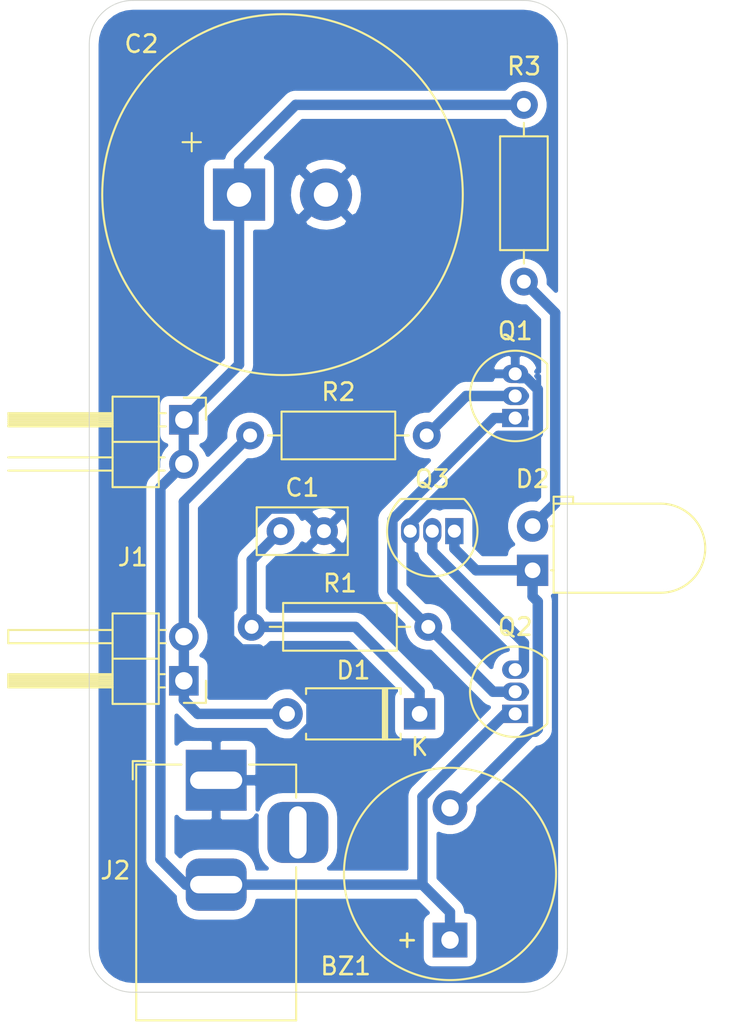
<source format=kicad_pcb>
(kicad_pcb (version 20171130) (host pcbnew 5.1.5-52549c5~84~ubuntu18.04.1)

  (general
    (thickness 1.6)
    (drawings 8)
    (tracks 75)
    (zones 0)
    (modules 13)
    (nets 11)
  )

  (page A4)
  (layers
    (0 F.Cu signal)
    (31 B.Cu signal)
    (32 B.Adhes user)
    (33 F.Adhes user)
    (34 B.Paste user)
    (35 F.Paste user)
    (36 B.SilkS user)
    (37 F.SilkS user)
    (38 B.Mask user)
    (39 F.Mask user)
    (40 Dwgs.User user)
    (41 Cmts.User user)
    (42 Eco1.User user)
    (43 Eco2.User user)
    (44 Edge.Cuts user)
    (45 Margin user)
    (46 B.CrtYd user)
    (47 F.CrtYd user)
    (48 B.Fab user)
    (49 F.Fab user)
  )

  (setup
    (last_trace_width 0.25)
    (user_trace_width 0.3)
    (user_trace_width 0.4)
    (user_trace_width 0.5)
    (user_trace_width 0.6)
    (trace_clearance 0.2)
    (zone_clearance 0.508)
    (zone_45_only no)
    (trace_min 0.2)
    (via_size 0.8)
    (via_drill 0.4)
    (via_min_size 0.4)
    (via_min_drill 0.3)
    (uvia_size 0.3)
    (uvia_drill 0.1)
    (uvias_allowed no)
    (uvia_min_size 0.2)
    (uvia_min_drill 0.1)
    (edge_width 0.05)
    (segment_width 0.2)
    (pcb_text_width 0.3)
    (pcb_text_size 1.5 1.5)
    (mod_edge_width 0.12)
    (mod_text_size 1 1)
    (mod_text_width 0.15)
    (pad_size 1.524 1.524)
    (pad_drill 0.762)
    (pad_to_mask_clearance 0.051)
    (solder_mask_min_width 0.25)
    (aux_axis_origin 0 0)
    (visible_elements FFFDFF7F)
    (pcbplotparams
      (layerselection 0x01054_fffffffe)
      (usegerberextensions false)
      (usegerberattributes false)
      (usegerberadvancedattributes false)
      (creategerberjobfile false)
      (excludeedgelayer true)
      (linewidth 0.100000)
      (plotframeref false)
      (viasonmask false)
      (mode 1)
      (useauxorigin true)
      (hpglpennumber 1)
      (hpglpenspeed 20)
      (hpglpendiameter 15.000000)
      (psnegative false)
      (psa4output false)
      (plotreference true)
      (plotvalue false)
      (plotinvisibletext false)
      (padsonsilk false)
      (subtractmaskfromsilk false)
      (outputformat 1)
      (mirror false)
      (drillshape 0)
      (scaleselection 1)
      (outputdirectory "../Gerber/"))
  )

  (net 0 "")
  (net 1 "Net-(BZ1-Pad1)")
  (net 2 "Net-(BZ1-Pad2)")
  (net 3 "Net-(C1-Pad1)")
  (net 4 "Net-(C1-Pad2)")
  (net 5 "Net-(D1-Pad2)")
  (net 6 "Net-(D2-Pad2)")
  (net 7 "Net-(J2-Pad3)")
  (net 8 "Net-(Q1-Pad2)")
  (net 9 "Net-(Q1-Pad1)")
  (net 10 "Net-(Q2-Pad3)")

  (net_class Default "This is the default net class."
    (clearance 0.2)
    (trace_width 0.25)
    (via_dia 0.8)
    (via_drill 0.4)
    (uvia_dia 0.3)
    (uvia_drill 0.1)
    (add_net "Net-(BZ1-Pad1)")
    (add_net "Net-(BZ1-Pad2)")
    (add_net "Net-(C1-Pad1)")
    (add_net "Net-(C1-Pad2)")
    (add_net "Net-(D1-Pad2)")
    (add_net "Net-(D2-Pad2)")
    (add_net "Net-(J2-Pad3)")
    (add_net "Net-(Q1-Pad1)")
    (add_net "Net-(Q1-Pad2)")
    (add_net "Net-(Q2-Pad3)")
  )

  (module Training-buzzer-foil:Foil_Plug_Connector (layer F.Cu) (tedit 5DF8E0E1) (tstamp 5DF9513D)
    (at 142.44 111.1 180)
    (descr "Through hole angled pin header, 1x02, 2.54mm pitch, 6mm pin length, single row")
    (tags "Through hole angled pin header THT 1x02 2.54mm single row")
    (path /5DFE6D93)
    (fp_text reference J1 (at 2.94 7.1) (layer F.SilkS)
      (effects (font (size 1 1) (thickness 0.15)))
    )
    (fp_text value Con (at 4 18) (layer F.Fab)
      (effects (font (size 1 1) (thickness 0.15)))
    )
    (fp_line (start 4.1 16.33) (end 4.1 11.13) (layer F.SilkS) (width 0.12))
    (fp_line (start 1.44 16.33) (end 4.1 16.33) (layer F.SilkS) (width 0.12))
    (fp_line (start 1.44 11.13) (end 1.44 16.33) (layer F.SilkS) (width 0.12))
    (fp_line (start 10.1 12.84) (end 4.1 12.84) (layer F.SilkS) (width 0.12))
    (fp_line (start 4.1 12.08) (end 10.1 12.08) (layer F.SilkS) (width 0.12))
    (fp_line (start -1.27 16.27) (end -1.27 15) (layer F.SilkS) (width 0.12))
    (fp_line (start 0 16.27) (end -1.27 16.27) (layer F.SilkS) (width 0.12))
    (fp_line (start 1.042929 15.38) (end 1.44 15.38) (layer F.SilkS) (width 0.12))
    (fp_line (start 1.042929 14.62) (end 1.44 14.62) (layer F.SilkS) (width 0.12))
    (fp_line (start 1.44 13.73) (end 4.1 13.73) (layer F.SilkS) (width 0.12))
    (fp_line (start 1.11 12.84) (end 1.44 12.84) (layer F.SilkS) (width 0.12))
    (fp_line (start 1.11 12.08) (end 1.44 12.08) (layer F.SilkS) (width 0.12))
    (fp_line (start 4.1 15.28) (end 10.1 15.28) (layer F.SilkS) (width 0.12))
    (fp_line (start 4.1 15.16) (end 10.1 15.16) (layer F.SilkS) (width 0.12))
    (fp_line (start 4.1 15.04) (end 10.1 15.04) (layer F.SilkS) (width 0.12))
    (fp_line (start 4.1 14.92) (end 10.1 14.92) (layer F.SilkS) (width 0.12))
    (fp_line (start 4.1 14.8) (end 10.1 14.8) (layer F.SilkS) (width 0.12))
    (fp_line (start 4.1 14.68) (end 10.1 14.68) (layer F.SilkS) (width 0.12))
    (fp_line (start 10.1 15.38) (end 4.1 15.38) (layer F.SilkS) (width 0.12))
    (fp_line (start 4.1 14.62) (end 10.1 14.62) (layer F.SilkS) (width 0.12))
    (fp_line (start 4.1 11.13) (end 1.44 11.13) (layer F.SilkS) (width 0.12))
    (fp_line (start 10.55 -1.8) (end -1.8 -1.8) (layer F.CrtYd) (width 0.05))
    (fp_line (start 10.55 16.81) (end 10.55 -1.8) (layer F.CrtYd) (width 0.05))
    (fp_line (start -1.8 -1.8) (end -1.8 16.81) (layer F.CrtYd) (width 0.05))
    (fp_line (start -1.27 -1.27) (end 0 -1.27) (layer F.SilkS) (width 0.12))
    (fp_line (start -1.27 0) (end -1.27 -1.27) (layer F.SilkS) (width 0.12))
    (fp_line (start 1.042929 2.92) (end 1.44 2.92) (layer F.SilkS) (width 0.12))
    (fp_line (start 1.042929 2.16) (end 1.44 2.16) (layer F.SilkS) (width 0.12))
    (fp_line (start 10.1 2.92) (end 4.1 2.92) (layer F.SilkS) (width 0.12))
    (fp_line (start 10.1 2.16) (end 10.1 2.92) (layer F.SilkS) (width 0.12))
    (fp_line (start 4.1 2.16) (end 10.1 2.16) (layer F.SilkS) (width 0.12))
    (fp_line (start 1.44 1.27) (end 4.1 1.27) (layer F.SilkS) (width 0.12))
    (fp_line (start 1.11 0.38) (end 1.44 0.38) (layer F.SilkS) (width 0.12))
    (fp_line (start 1.11 -0.38) (end 1.44 -0.38) (layer F.SilkS) (width 0.12))
    (fp_line (start 4.1 0.28) (end 10.1 0.28) (layer F.SilkS) (width 0.12))
    (fp_line (start 4.1 0.16) (end 10.1 0.16) (layer F.SilkS) (width 0.12))
    (fp_line (start 4.1 0.04) (end 10.1 0.04) (layer F.SilkS) (width 0.12))
    (fp_line (start 4.1 -0.08) (end 10.1 -0.08) (layer F.SilkS) (width 0.12))
    (fp_line (start 4.1 -0.2) (end 10.1 -0.2) (layer F.SilkS) (width 0.12))
    (fp_line (start 4.1 -0.32) (end 10.1 -0.32) (layer F.SilkS) (width 0.12))
    (fp_line (start 10.1 0.38) (end 4.1 0.38) (layer F.SilkS) (width 0.12))
    (fp_line (start 10.1 -0.38) (end 10.1 0.38) (layer F.SilkS) (width 0.12))
    (fp_line (start 4.1 -0.38) (end 10.1 -0.38) (layer F.SilkS) (width 0.12))
    (fp_line (start 4.1 -1.33) (end 1.44 -1.33) (layer F.SilkS) (width 0.12))
    (fp_line (start 4.1 3.87) (end 4.1 -1.33) (layer F.SilkS) (width 0.12))
    (fp_line (start 1.44 3.87) (end 4.1 3.87) (layer F.SilkS) (width 0.12))
    (fp_line (start 1.44 -1.33) (end 1.44 3.87) (layer F.SilkS) (width 0.12))
    (fp_line (start 4.04 2.86) (end 10.04 2.86) (layer F.Fab) (width 0.1))
    (fp_line (start 10.04 2.22) (end 10.04 2.86) (layer F.Fab) (width 0.1))
    (fp_line (start 4.04 2.22) (end 10.04 2.22) (layer F.Fab) (width 0.1))
    (fp_line (start -0.32 2.86) (end 1.5 2.86) (layer F.Fab) (width 0.1))
    (fp_line (start -0.32 2.22) (end -0.32 2.86) (layer F.Fab) (width 0.1))
    (fp_line (start -0.32 2.22) (end 1.5 2.22) (layer F.Fab) (width 0.1))
    (fp_line (start 4.04 0.32) (end 10.04 0.32) (layer F.Fab) (width 0.1))
    (fp_line (start 10.04 -0.32) (end 10.04 0.32) (layer F.Fab) (width 0.1))
    (fp_line (start 4.04 -0.32) (end 10.04 -0.32) (layer F.Fab) (width 0.1))
    (fp_line (start -0.32 0.32) (end 1.5 0.32) (layer F.Fab) (width 0.1))
    (fp_line (start -0.32 -0.32) (end -0.32 0.32) (layer F.Fab) (width 0.1))
    (fp_line (start -0.32 -0.32) (end 1.5 -0.32) (layer F.Fab) (width 0.1))
    (fp_line (start 1.5 -0.635) (end 2.135 -1.27) (layer F.Fab) (width 0.1))
    (fp_line (start 1.5 3.81) (end 1.5 -0.635) (layer F.Fab) (width 0.1))
    (fp_line (start 4.04 3.81) (end 1.5 3.81) (layer F.Fab) (width 0.1))
    (fp_line (start 4.04 -1.27) (end 4.04 3.81) (layer F.Fab) (width 0.1))
    (fp_line (start 2.135 -1.27) (end 4.04 -1.27) (layer F.Fab) (width 0.1))
    (fp_text user %R (at -0.06 7.1 180) (layer F.Fab)
      (effects (font (size 1 1) (thickness 0.15)))
    )
    (fp_line (start -1.8 16.81) (end 10.55 16.81) (layer F.CrtYd) (width 0.05))
    (pad 2 thru_hole rect (at 0 15 180) (size 1.7 1.7) (drill 1) (layers *.Cu *.Mask)
      (net 1 "Net-(BZ1-Pad1)"))
    (pad 2 thru_hole oval (at 0 12.46 180) (size 1.7 1.7) (drill 1) (layers *.Cu *.Mask)
      (net 1 "Net-(BZ1-Pad1)"))
    (pad 1 thru_hole rect (at 0 0 180) (size 1.7 1.7) (drill 1) (layers *.Cu *.Mask)
      (net 5 "Net-(D1-Pad2)"))
    (pad 1 thru_hole oval (at 0 2.54 180) (size 1.7 1.7) (drill 1) (layers *.Cu *.Mask)
      (net 5 "Net-(D1-Pad2)"))
    (model ${KISYS3DMOD}/Connector_PinHeader_2.54mm.3dshapes/PinHeader_1x02_P2.54mm_Horizontal.wrl
      (at (xyz 0 0 0))
      (scale (xyz 1 1 1))
      (rotate (xyz 0 0 0))
    )
  )

  (module Training-buzzer-foil:CP_Radial_Supercap_D21.5mm_P5.00mm (layer F.Cu) (tedit 5DF6B0FA) (tstamp 5DF95044)
    (at 145.615 83.16)
    (descr "CP, Radial_Tantal series, Radial, pin pitch=5.00mm, , diameter=10.5mm, Tantal Electrolytic Capacitor, http://cdn-reichelt.de/documents/datenblatt/B300/TANTAL-TB-Serie%23.pdf")
    (tags "CP Radial_Tantal series Radial pin pitch 5.00mm  diameter 10.5mm Tantal Electrolytic Capacitor")
    (path /5DF9DBF4)
    (fp_text reference C2 (at -5.615 -8.66) (layer F.SilkS)
      (effects (font (size 1 1) (thickness 0.15)))
    )
    (fp_text value 1F (at 2.5 6.5) (layer F.Fab)
      (effects (font (size 1 1) (thickness 0.15)))
    )
    (fp_circle (center 2.5 0) (end 12.75 0) (layer F.Fab) (width 0.1))
    (fp_circle (center 2.5 0) (end 12.87 0) (layer F.SilkS) (width 0.12))
    (fp_circle (center 2.5 0) (end 13 0) (layer F.CrtYd) (width 0.05))
    (fp_line (start -2.004387 -2.2975) (end -0.954387 -2.2975) (layer F.Fab) (width 0.1))
    (fp_line (start -1.479387 -2.8225) (end -1.479387 -1.7725) (layer F.Fab) (width 0.1))
    (fp_line (start -3.247133 -3.015) (end -2.197133 -3.015) (layer F.SilkS) (width 0.12))
    (fp_line (start -2.722133 -3.54) (end -2.722133 -2.49) (layer F.SilkS) (width 0.12))
    (fp_text user %R (at 2.5 -3.16) (layer F.Fab)
      (effects (font (size 1 1) (thickness 0.15)))
    )
    (pad 2 thru_hole circle (at 5 0) (size 3 3) (drill 1.4) (layers *.Cu *.Mask)
      (net 4 "Net-(C1-Pad2)"))
    (pad 1 thru_hole rect (at 0 0) (size 3 3) (drill 1.4) (layers *.Cu *.Mask)
      (net 1 "Net-(BZ1-Pad1)"))
    (model ${KISYS3DMOD}/Capacitor_THT.3dshapes/CP_Radial_D14.0mm_P5.00mm.wrl
      (at (xyz 0 0 0))
      (scale (xyz 1 1 1))
      (rotate (xyz 0 0 0))
    )
  )

  (module Buzzer_Beeper:Buzzer_12x9.5RM7.6 (layer F.Cu) (tedit 5A030281) (tstamp 5DF94E27)
    (at 157.75 126 90)
    (descr "Generic Buzzer, D12mm height 9.5mm with RM7.6mm")
    (tags buzzer)
    (path /5DF86A1B)
    (fp_text reference BZ1 (at -1.5 -6 180) (layer F.SilkS)
      (effects (font (size 1 1) (thickness 0.15)))
    )
    (fp_text value Buzzer (at 3.8 7.4 90) (layer F.Fab)
      (effects (font (size 1 1) (thickness 0.15)))
    )
    (fp_circle (center 3.8 0) (end 9.9 0) (layer F.SilkS) (width 0.12))
    (fp_circle (center 3.8 0) (end 4.8 0) (layer F.Fab) (width 0.1))
    (fp_circle (center 3.8 0) (end 9.8 0) (layer F.Fab) (width 0.1))
    (fp_circle (center 3.8 0) (end 10.05 0) (layer F.CrtYd) (width 0.05))
    (fp_text user %R (at 4 -3 180) (layer F.Fab)
      (effects (font (size 1 1) (thickness 0.15)))
    )
    (fp_text user + (at -0.01 -2.54 90) (layer F.SilkS)
      (effects (font (size 1 1) (thickness 0.15)))
    )
    (fp_text user + (at -0.01 -2.54 90) (layer F.Fab)
      (effects (font (size 1 1) (thickness 0.15)))
    )
    (pad 2 thru_hole circle (at 7.6 0 90) (size 2 2) (drill 1) (layers *.Cu *.Mask)
      (net 2 "Net-(BZ1-Pad2)"))
    (pad 1 thru_hole rect (at 0 0 90) (size 2 2) (drill 1) (layers *.Cu *.Mask)
      (net 1 "Net-(BZ1-Pad1)"))
    (model ${KISYS3DMOD}/Buzzer_Beeper.3dshapes/Buzzer_12x9.5RM7.6.wrl
      (at (xyz 0 0 0))
      (scale (xyz 1 1 1))
      (rotate (xyz 0 0 0))
    )
  )

  (module Capacitor_THT:C_Disc_D5.0mm_W2.5mm_P2.50mm (layer F.Cu) (tedit 5AE50EF0) (tstamp 5DF94FF5)
    (at 148 102.5)
    (descr "C, Disc series, Radial, pin pitch=2.50mm, , diameter*width=5*2.5mm^2, Capacitor, http://cdn-reichelt.de/documents/datenblatt/B300/DS_KERKO_TC.pdf")
    (tags "C Disc series Radial pin pitch 2.50mm  diameter 5mm width 2.5mm Capacitor")
    (path /5DF7BD47)
    (fp_text reference C1 (at 1.25 -2.5) (layer F.SilkS)
      (effects (font (size 1 1) (thickness 0.15)))
    )
    (fp_text value 47nF (at -2.5 0 90) (layer F.Fab)
      (effects (font (size 1 1) (thickness 0.15)))
    )
    (fp_text user %R (at 1.25 -2.5) (layer F.Fab)
      (effects (font (size 1 1) (thickness 0.15)))
    )
    (fp_line (start 4 -1.5) (end -1.5 -1.5) (layer F.CrtYd) (width 0.05))
    (fp_line (start 4 1.5) (end 4 -1.5) (layer F.CrtYd) (width 0.05))
    (fp_line (start -1.5 1.5) (end 4 1.5) (layer F.CrtYd) (width 0.05))
    (fp_line (start -1.5 -1.5) (end -1.5 1.5) (layer F.CrtYd) (width 0.05))
    (fp_line (start 3.87 -1.37) (end 3.87 1.37) (layer F.SilkS) (width 0.12))
    (fp_line (start -1.37 -1.37) (end -1.37 1.37) (layer F.SilkS) (width 0.12))
    (fp_line (start -1.37 1.37) (end 3.87 1.37) (layer F.SilkS) (width 0.12))
    (fp_line (start -1.37 -1.37) (end 3.87 -1.37) (layer F.SilkS) (width 0.12))
    (fp_line (start 3.75 -1.25) (end -1.25 -1.25) (layer F.Fab) (width 0.1))
    (fp_line (start 3.75 1.25) (end 3.75 -1.25) (layer F.Fab) (width 0.1))
    (fp_line (start -1.25 1.25) (end 3.75 1.25) (layer F.Fab) (width 0.1))
    (fp_line (start -1.25 -1.25) (end -1.25 1.25) (layer F.Fab) (width 0.1))
    (pad 2 thru_hole circle (at 2.5 0) (size 1.6 1.6) (drill 0.8) (layers *.Cu *.Mask)
      (net 4 "Net-(C1-Pad2)"))
    (pad 1 thru_hole circle (at 0 0) (size 1.6 1.6) (drill 0.8) (layers *.Cu *.Mask)
      (net 3 "Net-(C1-Pad1)"))
    (model ${KISYS3DMOD}/Capacitor_THT.3dshapes/C_Disc_D5.0mm_W2.5mm_P2.50mm.wrl
      (at (xyz 0 0 0))
      (scale (xyz 1 1 1))
      (rotate (xyz 0 0 0))
    )
  )

  (module Diode_THT:D_A-405_P7.62mm_Horizontal (layer F.Cu) (tedit 5AE50CD5) (tstamp 5DF94FA7)
    (at 156 113 180)
    (descr "Diode, A-405 series, Axial, Horizontal, pin pitch=7.62mm, , length*diameter=5.2*2.7mm^2, , http://www.diodes.com/_files/packages/A-405.pdf")
    (tags "Diode A-405 series Axial Horizontal pin pitch 7.62mm  length 5.2mm diameter 2.7mm")
    (path /5DF71B05)
    (fp_text reference D1 (at 3.81 2.5) (layer F.SilkS)
      (effects (font (size 1 1) (thickness 0.15)))
    )
    (fp_text value 1N4148 (at 3.81 2.47) (layer F.Fab)
      (effects (font (size 1 1) (thickness 0.15)))
    )
    (fp_line (start 1.21 -1.35) (end 1.21 1.35) (layer F.Fab) (width 0.1))
    (fp_line (start 1.21 1.35) (end 6.41 1.35) (layer F.Fab) (width 0.1))
    (fp_line (start 6.41 1.35) (end 6.41 -1.35) (layer F.Fab) (width 0.1))
    (fp_line (start 6.41 -1.35) (end 1.21 -1.35) (layer F.Fab) (width 0.1))
    (fp_line (start 0 0) (end 1.21 0) (layer F.Fab) (width 0.1))
    (fp_line (start 7.62 0) (end 6.41 0) (layer F.Fab) (width 0.1))
    (fp_line (start 1.99 -1.35) (end 1.99 1.35) (layer F.Fab) (width 0.1))
    (fp_line (start 2.09 -1.35) (end 2.09 1.35) (layer F.Fab) (width 0.1))
    (fp_line (start 1.89 -1.35) (end 1.89 1.35) (layer F.Fab) (width 0.1))
    (fp_line (start 1.09 -1.14) (end 1.09 -1.47) (layer F.SilkS) (width 0.12))
    (fp_line (start 1.09 -1.47) (end 6.53 -1.47) (layer F.SilkS) (width 0.12))
    (fp_line (start 6.53 -1.47) (end 6.53 -1.14) (layer F.SilkS) (width 0.12))
    (fp_line (start 1.09 1.14) (end 1.09 1.47) (layer F.SilkS) (width 0.12))
    (fp_line (start 1.09 1.47) (end 6.53 1.47) (layer F.SilkS) (width 0.12))
    (fp_line (start 6.53 1.47) (end 6.53 1.14) (layer F.SilkS) (width 0.12))
    (fp_line (start 1.99 -1.47) (end 1.99 1.47) (layer F.SilkS) (width 0.12))
    (fp_line (start 2.11 -1.47) (end 2.11 1.47) (layer F.SilkS) (width 0.12))
    (fp_line (start 1.87 -1.47) (end 1.87 1.47) (layer F.SilkS) (width 0.12))
    (fp_line (start -1.15 -1.6) (end -1.15 1.6) (layer F.CrtYd) (width 0.05))
    (fp_line (start -1.15 1.6) (end 8.77 1.6) (layer F.CrtYd) (width 0.05))
    (fp_line (start 8.77 1.6) (end 8.77 -1.6) (layer F.CrtYd) (width 0.05))
    (fp_line (start 8.77 -1.6) (end -1.15 -1.6) (layer F.CrtYd) (width 0.05))
    (fp_text user %R (at 4.2 0) (layer F.Fab)
      (effects (font (size 1 1) (thickness 0.15)))
    )
    (fp_text user K (at 0 -1.9) (layer F.Fab)
      (effects (font (size 1 1) (thickness 0.15)))
    )
    (fp_text user K (at 0 -1.9) (layer F.SilkS)
      (effects (font (size 1 1) (thickness 0.15)))
    )
    (pad 1 thru_hole rect (at 0 0 180) (size 1.8 1.8) (drill 0.9) (layers *.Cu *.Mask)
      (net 3 "Net-(C1-Pad1)"))
    (pad 2 thru_hole oval (at 7.62 0 180) (size 1.8 1.8) (drill 0.9) (layers *.Cu *.Mask)
      (net 5 "Net-(D1-Pad2)"))
    (model ${KISYS3DMOD}/Diode_THT.3dshapes/D_A-405_P7.62mm_Horizontal.wrl
      (at (xyz 0 0 0))
      (scale (xyz 1 1 1))
      (rotate (xyz 0 0 0))
    )
  )

  (module LED_THT:LED_D5.0mm_Horizontal_O1.27mm_Z15.0mm (layer F.Cu) (tedit 5880A863) (tstamp 5DF94D90)
    (at 162.5 104.75 90)
    (descr "LED, diameter 5.0mm z-position of LED center 3.0mm, 2 pins, diameter 5.0mm z-position of LED center 3.0mm, 2 pins, diameter 5.0mm z-position of LED center 3.0mm, 2 pins, diameter 5.0mm z-position of LED center 9.0mm, 2 pins, diameter 5.0mm z-position of LED center 9.0mm, 2 pins, diameter 5.0mm z-position of LED center 9.0mm, 2 pins, diameter 5.0mm z-position of LED center 15.0mm, 2 pins")
    (tags "LED diameter 5.0mm z-position of LED center 3.0mm 2 pins diameter 5.0mm z-position of LED center 3.0mm 2 pins diameter 5.0mm z-position of LED center 3.0mm 2 pins diameter 5.0mm z-position of LED center 9.0mm 2 pins diameter 5.0mm z-position of LED center 9.0mm 2 pins diameter 5.0mm z-position of LED center 9.0mm 2 pins diameter 5.0mm z-position of LED center 15.0mm 2 pins")
    (path /5DF87C1E)
    (fp_text reference D2 (at 5.25 0 180) (layer F.SilkS)
      (effects (font (size 1 1) (thickness 0.15)))
    )
    (fp_text value LED (at 1.27 10.93 90) (layer F.Fab)
      (effects (font (size 1 1) (thickness 0.15)))
    )
    (fp_arc (start 1.27 7.37) (end -1.23 7.37) (angle -180) (layer F.Fab) (width 0.1))
    (fp_arc (start 1.27 7.37) (end -1.29 7.37) (angle -180) (layer F.SilkS) (width 0.12))
    (fp_line (start -1.23 1.27) (end -1.23 7.37) (layer F.Fab) (width 0.1))
    (fp_line (start 3.77 1.27) (end 3.77 7.37) (layer F.Fab) (width 0.1))
    (fp_line (start -1.23 1.27) (end 3.77 1.27) (layer F.Fab) (width 0.1))
    (fp_line (start 4.17 1.27) (end 4.17 2.27) (layer F.Fab) (width 0.1))
    (fp_line (start 4.17 2.27) (end 3.77 2.27) (layer F.Fab) (width 0.1))
    (fp_line (start 3.77 2.27) (end 3.77 1.27) (layer F.Fab) (width 0.1))
    (fp_line (start 3.77 1.27) (end 4.17 1.27) (layer F.Fab) (width 0.1))
    (fp_line (start 0 0) (end 0 1.27) (layer F.Fab) (width 0.1))
    (fp_line (start 0 1.27) (end 0 1.27) (layer F.Fab) (width 0.1))
    (fp_line (start 0 1.27) (end 0 0) (layer F.Fab) (width 0.1))
    (fp_line (start 0 0) (end 0 0) (layer F.Fab) (width 0.1))
    (fp_line (start 2.54 0) (end 2.54 1.27) (layer F.Fab) (width 0.1))
    (fp_line (start 2.54 1.27) (end 2.54 1.27) (layer F.Fab) (width 0.1))
    (fp_line (start 2.54 1.27) (end 2.54 0) (layer F.Fab) (width 0.1))
    (fp_line (start 2.54 0) (end 2.54 0) (layer F.Fab) (width 0.1))
    (fp_line (start -1.29 1.21) (end -1.29 7.37) (layer F.SilkS) (width 0.12))
    (fp_line (start 3.83 1.21) (end 3.83 7.37) (layer F.SilkS) (width 0.12))
    (fp_line (start -1.29 1.21) (end 3.83 1.21) (layer F.SilkS) (width 0.12))
    (fp_line (start 4.23 1.21) (end 4.23 2.33) (layer F.SilkS) (width 0.12))
    (fp_line (start 4.23 2.33) (end 3.83 2.33) (layer F.SilkS) (width 0.12))
    (fp_line (start 3.83 2.33) (end 3.83 1.21) (layer F.SilkS) (width 0.12))
    (fp_line (start 3.83 1.21) (end 4.23 1.21) (layer F.SilkS) (width 0.12))
    (fp_line (start 0 1.08) (end 0 1.21) (layer F.SilkS) (width 0.12))
    (fp_line (start 0 1.21) (end 0 1.21) (layer F.SilkS) (width 0.12))
    (fp_line (start 0 1.21) (end 0 1.08) (layer F.SilkS) (width 0.12))
    (fp_line (start 0 1.08) (end 0 1.08) (layer F.SilkS) (width 0.12))
    (fp_line (start 2.54 1.08) (end 2.54 1.21) (layer F.SilkS) (width 0.12))
    (fp_line (start 2.54 1.21) (end 2.54 1.21) (layer F.SilkS) (width 0.12))
    (fp_line (start 2.54 1.21) (end 2.54 1.08) (layer F.SilkS) (width 0.12))
    (fp_line (start 2.54 1.08) (end 2.54 1.08) (layer F.SilkS) (width 0.12))
    (fp_line (start -1.95 -1.25) (end -1.95 10.2) (layer F.CrtYd) (width 0.05))
    (fp_line (start -1.95 10.2) (end 4.5 10.2) (layer F.CrtYd) (width 0.05))
    (fp_line (start 4.5 10.2) (end 4.5 -1.25) (layer F.CrtYd) (width 0.05))
    (fp_line (start 4.5 -1.25) (end -1.95 -1.25) (layer F.CrtYd) (width 0.05))
    (pad 1 thru_hole rect (at 0 0 90) (size 1.8 1.8) (drill 0.9) (layers *.Cu *.Mask)
      (net 2 "Net-(BZ1-Pad2)"))
    (pad 2 thru_hole circle (at 2.54 0 90) (size 1.8 1.8) (drill 0.9) (layers *.Cu *.Mask)
      (net 6 "Net-(D2-Pad2)"))
    (model ${KISYS3DMOD}/LED_THT.3dshapes/LED_D5.0mm_Horizontal_O1.27mm_Z15.0mm.wrl
      (at (xyz 0 0 0))
      (scale (xyz 1 1 1))
      (rotate (xyz 0 0 0))
    )
  )

  (module Connector_BarrelJack:BarrelJack_Horizontal (layer F.Cu) (tedit 5A1DBF6A) (tstamp 5DF94E64)
    (at 144.3 116.815 90)
    (descr "DC Barrel Jack")
    (tags "Power Jack")
    (path /5DFF66BA)
    (fp_text reference J2 (at -5.185 -5.8 180) (layer F.SilkS)
      (effects (font (size 1 1) (thickness 0.15)))
    )
    (fp_text value "DC Jack" (at -6.2 -5.5 90) (layer F.Fab)
      (effects (font (size 1 1) (thickness 0.15)))
    )
    (fp_line (start 0 -4.5) (end -13.7 -4.5) (layer F.Fab) (width 0.1))
    (fp_line (start 0.8 4.5) (end 0.8 -3.75) (layer F.Fab) (width 0.1))
    (fp_line (start -13.7 4.5) (end 0.8 4.5) (layer F.Fab) (width 0.1))
    (fp_line (start -13.7 -4.5) (end -13.7 4.5) (layer F.Fab) (width 0.1))
    (fp_line (start -10.2 -4.5) (end -10.2 4.5) (layer F.Fab) (width 0.1))
    (fp_line (start 0.9 -4.6) (end 0.9 -2) (layer F.SilkS) (width 0.12))
    (fp_line (start -13.8 -4.6) (end 0.9 -4.6) (layer F.SilkS) (width 0.12))
    (fp_line (start 0.9 4.6) (end -1 4.6) (layer F.SilkS) (width 0.12))
    (fp_line (start 0.9 1.9) (end 0.9 4.6) (layer F.SilkS) (width 0.12))
    (fp_line (start -13.8 4.6) (end -13.8 -4.6) (layer F.SilkS) (width 0.12))
    (fp_line (start -5 4.6) (end -13.8 4.6) (layer F.SilkS) (width 0.12))
    (fp_line (start -14 4.75) (end -14 -4.75) (layer F.CrtYd) (width 0.05))
    (fp_line (start -5 4.75) (end -14 4.75) (layer F.CrtYd) (width 0.05))
    (fp_line (start -5 6.75) (end -5 4.75) (layer F.CrtYd) (width 0.05))
    (fp_line (start -1 6.75) (end -5 6.75) (layer F.CrtYd) (width 0.05))
    (fp_line (start -1 4.75) (end -1 6.75) (layer F.CrtYd) (width 0.05))
    (fp_line (start 1 4.75) (end -1 4.75) (layer F.CrtYd) (width 0.05))
    (fp_line (start 1 2) (end 1 4.75) (layer F.CrtYd) (width 0.05))
    (fp_line (start 2 2) (end 1 2) (layer F.CrtYd) (width 0.05))
    (fp_line (start 2 -2) (end 2 2) (layer F.CrtYd) (width 0.05))
    (fp_line (start 1 -2) (end 2 -2) (layer F.CrtYd) (width 0.05))
    (fp_line (start 1 -4.5) (end 1 -2) (layer F.CrtYd) (width 0.05))
    (fp_line (start 1 -4.75) (end -14 -4.75) (layer F.CrtYd) (width 0.05))
    (fp_line (start 1 -4.5) (end 1 -4.75) (layer F.CrtYd) (width 0.05))
    (fp_line (start 0.05 -4.8) (end 1.1 -4.8) (layer F.SilkS) (width 0.12))
    (fp_line (start 1.1 -3.75) (end 1.1 -4.8) (layer F.SilkS) (width 0.12))
    (fp_line (start -0.003213 -4.505425) (end 0.8 -3.75) (layer F.Fab) (width 0.1))
    (fp_text user %R (at -3 -2.95 180) (layer F.Fab)
      (effects (font (size 1 1) (thickness 0.15)))
    )
    (pad 3 thru_hole roundrect (at -3 4.7 90) (size 3.5 3.5) (drill oval 3 1) (layers *.Cu *.Mask) (roundrect_rratio 0.25)
      (net 7 "Net-(J2-Pad3)"))
    (pad 2 thru_hole roundrect (at -6 0 90) (size 3 3.5) (drill oval 1 3) (layers *.Cu *.Mask) (roundrect_rratio 0.25)
      (net 1 "Net-(BZ1-Pad1)"))
    (pad 1 thru_hole rect (at 0 0 90) (size 3.5 3.5) (drill oval 1 3) (layers *.Cu *.Mask)
      (net 4 "Net-(C1-Pad2)"))
    (model ${KISYS3DMOD}/Connector_BarrelJack.3dshapes/BarrelJack_Horizontal.wrl
      (at (xyz 0 0 0))
      (scale (xyz 1 1 1))
      (rotate (xyz 0 0 0))
    )
  )

  (module Package_TO_SOT_THT:TO-92_Inline (layer F.Cu) (tedit 5A1DD157) (tstamp 5DF94DF9)
    (at 161.5 96 90)
    (descr "TO-92 leads in-line, narrow, oval pads, drill 0.75mm (see NXP sot054_po.pdf)")
    (tags "to-92 sc-43 sc-43a sot54 PA33 transistor")
    (path /5DFF3DCE)
    (fp_text reference Q1 (at 5 0 180) (layer F.SilkS)
      (effects (font (size 1 1) (thickness 0.15)))
    )
    (fp_text value BC547B (at 1.27 2.79 90) (layer F.Fab)
      (effects (font (size 1 1) (thickness 0.15)))
    )
    (fp_arc (start 1.27 0) (end 1.27 -2.6) (angle 135) (layer F.SilkS) (width 0.12))
    (fp_arc (start 1.27 0) (end 1.27 -2.48) (angle -135) (layer F.Fab) (width 0.1))
    (fp_arc (start 1.27 0) (end 1.27 -2.6) (angle -135) (layer F.SilkS) (width 0.12))
    (fp_arc (start 1.27 0) (end 1.27 -2.48) (angle 135) (layer F.Fab) (width 0.1))
    (fp_line (start 4 2.01) (end -1.46 2.01) (layer F.CrtYd) (width 0.05))
    (fp_line (start 4 2.01) (end 4 -2.73) (layer F.CrtYd) (width 0.05))
    (fp_line (start -1.46 -2.73) (end -1.46 2.01) (layer F.CrtYd) (width 0.05))
    (fp_line (start -1.46 -2.73) (end 4 -2.73) (layer F.CrtYd) (width 0.05))
    (fp_line (start -0.5 1.75) (end 3 1.75) (layer F.Fab) (width 0.1))
    (fp_line (start -0.53 1.85) (end 3.07 1.85) (layer F.SilkS) (width 0.12))
    (fp_text user %R (at 5 0 180) (layer F.Fab)
      (effects (font (size 1 1) (thickness 0.15)))
    )
    (pad 1 thru_hole rect (at 0 0 90) (size 1.05 1.5) (drill 0.75) (layers *.Cu *.Mask)
      (net 9 "Net-(Q1-Pad1)"))
    (pad 3 thru_hole oval (at 2.54 0 90) (size 1.05 1.5) (drill 0.75) (layers *.Cu *.Mask)
      (net 4 "Net-(C1-Pad2)"))
    (pad 2 thru_hole oval (at 1.27 0 90) (size 1.05 1.5) (drill 0.75) (layers *.Cu *.Mask)
      (net 8 "Net-(Q1-Pad2)"))
    (model ${KISYS3DMOD}/Package_TO_SOT_THT.3dshapes/TO-92_Inline.wrl
      (at (xyz 0 0 0))
      (scale (xyz 1 1 1))
      (rotate (xyz 0 0 0))
    )
  )

  (module Package_TO_SOT_THT:TO-92_Inline (layer F.Cu) (tedit 5A1DD157) (tstamp 5DF951F2)
    (at 161.5 113 90)
    (descr "TO-92 leads in-line, narrow, oval pads, drill 0.75mm (see NXP sot054_po.pdf)")
    (tags "to-92 sc-43 sc-43a sot54 PA33 transistor")
    (path /5DF65CB1)
    (fp_text reference Q2 (at 5 0 180) (layer F.SilkS)
      (effects (font (size 1 1) (thickness 0.15)))
    )
    (fp_text value BC547B (at 1.27 2.79 90) (layer F.Fab)
      (effects (font (size 1 1) (thickness 0.15)))
    )
    (fp_arc (start 1.27 0) (end 1.27 -2.6) (angle 135) (layer F.SilkS) (width 0.12))
    (fp_arc (start 1.27 0) (end 1.27 -2.48) (angle -135) (layer F.Fab) (width 0.1))
    (fp_arc (start 1.27 0) (end 1.27 -2.6) (angle -135) (layer F.SilkS) (width 0.12))
    (fp_arc (start 1.27 0) (end 1.27 -2.48) (angle 135) (layer F.Fab) (width 0.1))
    (fp_line (start 4 2.01) (end -1.46 2.01) (layer F.CrtYd) (width 0.05))
    (fp_line (start 4 2.01) (end 4 -2.73) (layer F.CrtYd) (width 0.05))
    (fp_line (start -1.46 -2.73) (end -1.46 2.01) (layer F.CrtYd) (width 0.05))
    (fp_line (start -1.46 -2.73) (end 4 -2.73) (layer F.CrtYd) (width 0.05))
    (fp_line (start -0.5 1.75) (end 3 1.75) (layer F.Fab) (width 0.1))
    (fp_line (start -0.53 1.85) (end 3.07 1.85) (layer F.SilkS) (width 0.12))
    (fp_text user %R (at 5 0 180) (layer F.Fab)
      (effects (font (size 1 1) (thickness 0.15)))
    )
    (pad 1 thru_hole rect (at 0 0 90) (size 1.05 1.5) (drill 0.75) (layers *.Cu *.Mask)
      (net 1 "Net-(BZ1-Pad1)"))
    (pad 3 thru_hole oval (at 2.54 0 90) (size 1.05 1.5) (drill 0.75) (layers *.Cu *.Mask)
      (net 10 "Net-(Q2-Pad3)"))
    (pad 2 thru_hole oval (at 1.27 0 90) (size 1.05 1.5) (drill 0.75) (layers *.Cu *.Mask)
      (net 9 "Net-(Q1-Pad1)"))
    (model ${KISYS3DMOD}/Package_TO_SOT_THT.3dshapes/TO-92_Inline.wrl
      (at (xyz 0 0 0))
      (scale (xyz 1 1 1))
      (rotate (xyz 0 0 0))
    )
  )

  (module Package_TO_SOT_THT:TO-92_Inline (layer F.Cu) (tedit 5A1DD157) (tstamp 5DF94F07)
    (at 158 102.5 180)
    (descr "TO-92 leads in-line, narrow, oval pads, drill 0.75mm (see NXP sot054_po.pdf)")
    (tags "to-92 sc-43 sc-43a sot54 PA33 transistor")
    (path /5DF68983)
    (fp_text reference Q3 (at 1.27 3) (layer F.SilkS)
      (effects (font (size 1 1) (thickness 0.15)))
    )
    (fp_text value BC547B (at 1.27 2.79) (layer F.Fab)
      (effects (font (size 1 1) (thickness 0.15)))
    )
    (fp_arc (start 1.27 0) (end 1.27 -2.6) (angle 135) (layer F.SilkS) (width 0.12))
    (fp_arc (start 1.27 0) (end 1.27 -2.48) (angle -135) (layer F.Fab) (width 0.1))
    (fp_arc (start 1.27 0) (end 1.27 -2.6) (angle -135) (layer F.SilkS) (width 0.12))
    (fp_arc (start 1.27 0) (end 1.27 -2.48) (angle 135) (layer F.Fab) (width 0.1))
    (fp_line (start 4 2.01) (end -1.46 2.01) (layer F.CrtYd) (width 0.05))
    (fp_line (start 4 2.01) (end 4 -2.73) (layer F.CrtYd) (width 0.05))
    (fp_line (start -1.46 -2.73) (end -1.46 2.01) (layer F.CrtYd) (width 0.05))
    (fp_line (start -1.46 -2.73) (end 4 -2.73) (layer F.CrtYd) (width 0.05))
    (fp_line (start -0.5 1.75) (end 3 1.75) (layer F.Fab) (width 0.1))
    (fp_line (start -0.53 1.85) (end 3.07 1.85) (layer F.SilkS) (width 0.12))
    (fp_text user %R (at 1.27 3) (layer F.Fab)
      (effects (font (size 1 1) (thickness 0.15)))
    )
    (pad 1 thru_hole rect (at 0 0 180) (size 1.05 1.5) (drill 0.75) (layers *.Cu *.Mask)
      (net 2 "Net-(BZ1-Pad2)"))
    (pad 3 thru_hole oval (at 2.54 0 180) (size 1.05 1.5) (drill 0.75) (layers *.Cu *.Mask)
      (net 4 "Net-(C1-Pad2)"))
    (pad 2 thru_hole oval (at 1.27 0 180) (size 1.05 1.5) (drill 0.75) (layers *.Cu *.Mask)
      (net 10 "Net-(Q2-Pad3)"))
    (model ${KISYS3DMOD}/Package_TO_SOT_THT.3dshapes/TO-92_Inline.wrl
      (at (xyz 0 0 0))
      (scale (xyz 1 1 1))
      (rotate (xyz 0 0 0))
    )
  )

  (module Resistor_THT:R_Axial_DIN0207_L6.3mm_D2.5mm_P10.16mm_Horizontal (layer F.Cu) (tedit 5AE5139B) (tstamp 5DF94F48)
    (at 156.5 108 180)
    (descr "Resistor, Axial_DIN0207 series, Axial, Horizontal, pin pitch=10.16mm, 0.25W = 1/4W, length*diameter=6.3*2.5mm^2, http://cdn-reichelt.de/documents/datenblatt/B400/1_4W%23YAG.pdf")
    (tags "Resistor Axial_DIN0207 series Axial Horizontal pin pitch 10.16mm 0.25W = 1/4W length 6.3mm diameter 2.5mm")
    (path /5DF6C7EC)
    (fp_text reference R1 (at 5.08 2.5) (layer F.SilkS)
      (effects (font (size 1 1) (thickness 0.15)))
    )
    (fp_text value 2.2MΩ (at 5.08 2.37) (layer F.Fab)
      (effects (font (size 1 1) (thickness 0.15)))
    )
    (fp_text user %R (at 5.08 0) (layer F.Fab)
      (effects (font (size 1 1) (thickness 0.15)))
    )
    (fp_line (start 11.21 -1.5) (end -1.05 -1.5) (layer F.CrtYd) (width 0.05))
    (fp_line (start 11.21 1.5) (end 11.21 -1.5) (layer F.CrtYd) (width 0.05))
    (fp_line (start -1.05 1.5) (end 11.21 1.5) (layer F.CrtYd) (width 0.05))
    (fp_line (start -1.05 -1.5) (end -1.05 1.5) (layer F.CrtYd) (width 0.05))
    (fp_line (start 9.12 0) (end 8.35 0) (layer F.SilkS) (width 0.12))
    (fp_line (start 1.04 0) (end 1.81 0) (layer F.SilkS) (width 0.12))
    (fp_line (start 8.35 -1.37) (end 1.81 -1.37) (layer F.SilkS) (width 0.12))
    (fp_line (start 8.35 1.37) (end 8.35 -1.37) (layer F.SilkS) (width 0.12))
    (fp_line (start 1.81 1.37) (end 8.35 1.37) (layer F.SilkS) (width 0.12))
    (fp_line (start 1.81 -1.37) (end 1.81 1.37) (layer F.SilkS) (width 0.12))
    (fp_line (start 10.16 0) (end 8.23 0) (layer F.Fab) (width 0.1))
    (fp_line (start 0 0) (end 1.93 0) (layer F.Fab) (width 0.1))
    (fp_line (start 8.23 -1.25) (end 1.93 -1.25) (layer F.Fab) (width 0.1))
    (fp_line (start 8.23 1.25) (end 8.23 -1.25) (layer F.Fab) (width 0.1))
    (fp_line (start 1.93 1.25) (end 8.23 1.25) (layer F.Fab) (width 0.1))
    (fp_line (start 1.93 -1.25) (end 1.93 1.25) (layer F.Fab) (width 0.1))
    (pad 2 thru_hole oval (at 10.16 0 180) (size 1.6 1.6) (drill 0.8) (layers *.Cu *.Mask)
      (net 3 "Net-(C1-Pad1)"))
    (pad 1 thru_hole circle (at 0 0 180) (size 1.6 1.6) (drill 0.8) (layers *.Cu *.Mask)
      (net 9 "Net-(Q1-Pad1)"))
    (model ${KISYS3DMOD}/Resistor_THT.3dshapes/R_Axial_DIN0207_L6.3mm_D2.5mm_P10.16mm_Horizontal.wrl
      (at (xyz 0 0 0))
      (scale (xyz 1 1 1))
      (rotate (xyz 0 0 0))
    )
  )

  (module Resistor_THT:R_Axial_DIN0207_L6.3mm_D2.5mm_P10.16mm_Horizontal (layer F.Cu) (tedit 5AE5139B) (tstamp 5DF95074)
    (at 156.41 97 180)
    (descr "Resistor, Axial_DIN0207 series, Axial, Horizontal, pin pitch=10.16mm, 0.25W = 1/4W, length*diameter=6.3*2.5mm^2, http://cdn-reichelt.de/documents/datenblatt/B400/1_4W%23YAG.pdf")
    (tags "Resistor Axial_DIN0207 series Axial Horizontal pin pitch 10.16mm 0.25W = 1/4W length 6.3mm diameter 2.5mm")
    (path /5DF72508)
    (fp_text reference R2 (at 5.08 2.5) (layer F.SilkS)
      (effects (font (size 1 1) (thickness 0.15)))
    )
    (fp_text value 5.6MΩ (at 5.08 2.37) (layer F.Fab)
      (effects (font (size 1 1) (thickness 0.15)))
    )
    (fp_line (start 1.93 -1.25) (end 1.93 1.25) (layer F.Fab) (width 0.1))
    (fp_line (start 1.93 1.25) (end 8.23 1.25) (layer F.Fab) (width 0.1))
    (fp_line (start 8.23 1.25) (end 8.23 -1.25) (layer F.Fab) (width 0.1))
    (fp_line (start 8.23 -1.25) (end 1.93 -1.25) (layer F.Fab) (width 0.1))
    (fp_line (start 0 0) (end 1.93 0) (layer F.Fab) (width 0.1))
    (fp_line (start 10.16 0) (end 8.23 0) (layer F.Fab) (width 0.1))
    (fp_line (start 1.81 -1.37) (end 1.81 1.37) (layer F.SilkS) (width 0.12))
    (fp_line (start 1.81 1.37) (end 8.35 1.37) (layer F.SilkS) (width 0.12))
    (fp_line (start 8.35 1.37) (end 8.35 -1.37) (layer F.SilkS) (width 0.12))
    (fp_line (start 8.35 -1.37) (end 1.81 -1.37) (layer F.SilkS) (width 0.12))
    (fp_line (start 1.04 0) (end 1.81 0) (layer F.SilkS) (width 0.12))
    (fp_line (start 9.12 0) (end 8.35 0) (layer F.SilkS) (width 0.12))
    (fp_line (start -1.05 -1.5) (end -1.05 1.5) (layer F.CrtYd) (width 0.05))
    (fp_line (start -1.05 1.5) (end 11.21 1.5) (layer F.CrtYd) (width 0.05))
    (fp_line (start 11.21 1.5) (end 11.21 -1.5) (layer F.CrtYd) (width 0.05))
    (fp_line (start 11.21 -1.5) (end -1.05 -1.5) (layer F.CrtYd) (width 0.05))
    (fp_text user %R (at 5.08 0) (layer F.Fab)
      (effects (font (size 1 1) (thickness 0.15)))
    )
    (pad 1 thru_hole circle (at 0 0 180) (size 1.6 1.6) (drill 0.8) (layers *.Cu *.Mask)
      (net 8 "Net-(Q1-Pad2)"))
    (pad 2 thru_hole oval (at 10.16 0 180) (size 1.6 1.6) (drill 0.8) (layers *.Cu *.Mask)
      (net 5 "Net-(D1-Pad2)"))
    (model ${KISYS3DMOD}/Resistor_THT.3dshapes/R_Axial_DIN0207_L6.3mm_D2.5mm_P10.16mm_Horizontal.wrl
      (at (xyz 0 0 0))
      (scale (xyz 1 1 1))
      (rotate (xyz 0 0 0))
    )
  )

  (module Resistor_THT:R_Axial_DIN0207_L6.3mm_D2.5mm_P10.16mm_Horizontal (layer F.Cu) (tedit 5AE5139B) (tstamp 5DF950B9)
    (at 162 78 270)
    (descr "Resistor, Axial_DIN0207 series, Axial, Horizontal, pin pitch=10.16mm, 0.25W = 1/4W, length*diameter=6.3*2.5mm^2, http://cdn-reichelt.de/documents/datenblatt/B400/1_4W%23YAG.pdf")
    (tags "Resistor Axial_DIN0207 series Axial Horizontal pin pitch 10.16mm 0.25W = 1/4W length 6.3mm diameter 2.5mm")
    (path /5DF8DCED)
    (fp_text reference R3 (at -2.215 -0.01) (layer F.SilkS)
      (effects (font (size 1 1) (thickness 0.15)))
    )
    (fp_text value 1kΩ (at 5.08 2.37 90) (layer F.Fab)
      (effects (font (size 1 1) (thickness 0.15)))
    )
    (fp_text user %R (at 5.08 0 180) (layer F.Fab)
      (effects (font (size 1 1) (thickness 0.15)))
    )
    (fp_line (start 11.21 -1.5) (end -1.05 -1.5) (layer F.CrtYd) (width 0.05))
    (fp_line (start 11.21 1.5) (end 11.21 -1.5) (layer F.CrtYd) (width 0.05))
    (fp_line (start -1.05 1.5) (end 11.21 1.5) (layer F.CrtYd) (width 0.05))
    (fp_line (start -1.05 -1.5) (end -1.05 1.5) (layer F.CrtYd) (width 0.05))
    (fp_line (start 9.12 0) (end 8.35 0) (layer F.SilkS) (width 0.12))
    (fp_line (start 1.04 0) (end 1.81 0) (layer F.SilkS) (width 0.12))
    (fp_line (start 8.35 -1.37) (end 1.81 -1.37) (layer F.SilkS) (width 0.12))
    (fp_line (start 8.35 1.37) (end 8.35 -1.37) (layer F.SilkS) (width 0.12))
    (fp_line (start 1.81 1.37) (end 8.35 1.37) (layer F.SilkS) (width 0.12))
    (fp_line (start 1.81 -1.37) (end 1.81 1.37) (layer F.SilkS) (width 0.12))
    (fp_line (start 10.16 0) (end 8.23 0) (layer F.Fab) (width 0.1))
    (fp_line (start 0 0) (end 1.93 0) (layer F.Fab) (width 0.1))
    (fp_line (start 8.23 -1.25) (end 1.93 -1.25) (layer F.Fab) (width 0.1))
    (fp_line (start 8.23 1.25) (end 8.23 -1.25) (layer F.Fab) (width 0.1))
    (fp_line (start 1.93 1.25) (end 8.23 1.25) (layer F.Fab) (width 0.1))
    (fp_line (start 1.93 -1.25) (end 1.93 1.25) (layer F.Fab) (width 0.1))
    (pad 2 thru_hole oval (at 10.16 0 270) (size 1.6 1.6) (drill 0.8) (layers *.Cu *.Mask)
      (net 6 "Net-(D2-Pad2)"))
    (pad 1 thru_hole circle (at 0 0 270) (size 1.6 1.6) (drill 0.8) (layers *.Cu *.Mask)
      (net 1 "Net-(BZ1-Pad1)"))
    (model ${KISYS3DMOD}/Resistor_THT.3dshapes/R_Axial_DIN0207_L6.3mm_D2.5mm_P10.16mm_Horizontal.wrl
      (at (xyz 0 0 0))
      (scale (xyz 1 1 1))
      (rotate (xyz 0 0 0))
    )
  )

  (gr_line (start 162 129) (end 139.5 129) (layer Edge.Cuts) (width 0.05) (tstamp 5DF950F2))
  (gr_line (start 164.5 74.5) (end 164.5 126.5) (layer Edge.Cuts) (width 0.05) (tstamp 5DF95035))
  (gr_line (start 139.5 72) (end 162 72) (layer Edge.Cuts) (width 0.05) (tstamp 5DF95032))
  (gr_line (start 137 126.5) (end 137 74.5) (layer Edge.Cuts) (width 0.05) (tstamp 5DF94EF4))
  (gr_arc (start 139.5 126.5) (end 137 126.5) (angle -90) (layer Edge.Cuts) (width 0.05) (tstamp 5DF951DF))
  (gr_arc (start 162 126.5) (end 162 129) (angle -90) (layer Edge.Cuts) (width 0.05) (tstamp 5DF94ED6))
  (gr_arc (start 162 74.5) (end 164.5 74.5) (angle -90) (layer Edge.Cuts) (width 0.05) (tstamp 5DF94EEE))
  (gr_arc (start 139.5 74.5) (end 139.5 72) (angle -90) (layer Edge.Cuts) (width 0.05) (tstamp 5DF94EA9))

  (segment (start 145.615 81.26) (end 145.615 83.16) (width 0.6) (layer B.Cu) (net 1) (tstamp 5DF94EC7) (status 20))
  (segment (start 148.875 78) (end 145.615 81.26) (width 0.6) (layer B.Cu) (net 1) (tstamp 5DF94F7B))
  (segment (start 162 78) (end 148.875 78) (width 0.6) (layer B.Cu) (net 1) (tstamp 5DF9501D) (status 10))
  (segment (start 145.615 92.925) (end 142.44 96.1) (width 0.6) (layer B.Cu) (net 1) (tstamp 5DF950E6))
  (segment (start 145.615 83.16) (end 145.615 92.925) (width 0.6) (layer B.Cu) (net 1) (tstamp 5DF95215))
  (segment (start 142.44 96.1) (end 142.44 98.64) (width 0.6) (layer B.Cu) (net 1) (tstamp 5DF94F7E))
  (segment (start 142.55 122.815) (end 144.3 122.815) (width 0.6) (layer B.Cu) (net 1) (tstamp 5DF94F84))
  (segment (start 141.089999 121.354999) (end 142.55 122.815) (width 0.6) (layer B.Cu) (net 1) (tstamp 5DF94F87))
  (segment (start 141.089999 99.990001) (end 141.089999 121.354999) (width 0.6) (layer B.Cu) (net 1) (tstamp 5DF94DE3))
  (segment (start 142.44 98.64) (end 141.089999 99.990001) (width 0.6) (layer B.Cu) (net 1) (tstamp 5DF94F78))
  (segment (start 157.75 124.4) (end 157.75 126) (width 0.6) (layer B.Cu) (net 1) (tstamp 5DF951D3))
  (segment (start 156.165 122.815) (end 157.75 124.4) (width 0.6) (layer B.Cu) (net 1) (tstamp 5DF94EC4))
  (segment (start 144.3 122.815) (end 156.165 122.815) (width 0.6) (layer B.Cu) (net 1) (tstamp 5DF95020))
  (segment (start 156.165 117.764998) (end 156.165 122.815) (width 0.6) (layer B.Cu) (net 1) (tstamp 5DF950E9))
  (segment (start 160.929998 113) (end 156.165 117.764998) (width 0.6) (layer B.Cu) (net 1) (tstamp 5DF950A1))
  (segment (start 161.5 113) (end 160.929998 113) (width 0.6) (layer B.Cu) (net 1) (tstamp 5DF94F81))
  (segment (start 158 103.5) (end 158 102.5) (width 0.6) (layer B.Cu) (net 2) (tstamp 5DF94EE5) (status 20))
  (segment (start 159.25 104.75) (end 158 103.5) (width 0.6) (layer B.Cu) (net 2) (tstamp 5DF951D0))
  (segment (start 162.5 104.75) (end 159.25 104.75) (width 0.6) (layer B.Cu) (net 2) (tstamp 5DF94F2A) (status 10))
  (segment (start 162.5 106.25) (end 162.5 104.75) (width 0.6) (layer B.Cu) (net 2) (tstamp 5DF9502F))
  (segment (start 162.80001 106.55001) (end 162.5 106.25) (width 0.6) (layer B.Cu) (net 2) (tstamp 5DF94D65))
  (segment (start 162.80001 113.874992) (end 162.80001 106.55001) (width 0.6) (layer B.Cu) (net 2) (tstamp 5DF94D62))
  (segment (start 162.374999 114.025001) (end 162.650001 114.025001) (width 0.6) (layer B.Cu) (net 2) (tstamp 5DF94ECD))
  (segment (start 162.650001 114.025001) (end 162.80001 113.874992) (width 0.6) (layer B.Cu) (net 2) (tstamp 5DF94ECA))
  (segment (start 158 118.4) (end 162.374999 114.025001) (width 0.6) (layer B.Cu) (net 2) (tstamp 5DF94EB2))
  (segment (start 146.34 104.16) (end 146.34 108) (width 0.6) (layer B.Cu) (net 3) (tstamp 5DF94EAF) (status 20))
  (segment (start 148 102.5) (end 146.34 104.16) (width 0.6) (layer B.Cu) (net 3) (tstamp 5DF94ED3) (status 10))
  (segment (start 156 111.7) (end 156 113) (width 0.6) (layer B.Cu) (net 3) (tstamp 5DF94ED0))
  (segment (start 152.3 108) (end 156 111.7) (width 0.6) (layer B.Cu) (net 3) (tstamp 5DF95221))
  (segment (start 146.34 108) (end 152.3 108) (width 0.6) (layer B.Cu) (net 3) (tstamp 5DF9521E))
  (segment (start 150.615 102.385) (end 150.5 102.5) (width 0.6) (layer B.Cu) (net 4) (tstamp 5DF95230) (status 30))
  (segment (start 155.46 102.5) (end 155.46 102.275) (width 0.6) (layer B.Cu) (net 4) (tstamp 5DF9522D) (status 30))
  (segment (start 155.46 102.095417) (end 160.530416 97.025001) (width 0.6) (layer B.Cu) (net 4) (tstamp 5DF9521B))
  (segment (start 161.74499 93.70499) (end 161.5 93.46) (width 0.6) (layer B.Cu) (net 4) (tstamp 5DF95218))
  (segment (start 155.46 102.5) (end 155.46 102.095417) (width 0.6) (layer B.Cu) (net 4) (tstamp 5DF951DC))
  (segment (start 160.530416 97.025001) (end 162.650001 97.025001) (width 0.6) (layer B.Cu) (net 4) (tstamp 5DF951D9))
  (segment (start 162.650001 97.025001) (end 162.80001 96.874992) (width 0.6) (layer B.Cu) (net 4) (tstamp 5DF94EBB))
  (segment (start 162.80001 96.874992) (end 162.80001 94.355427) (width 0.6) (layer B.Cu) (net 4) (tstamp 5DF94EB8))
  (segment (start 162.149573 93.70499) (end 161.74499 93.70499) (width 0.6) (layer B.Cu) (net 4) (tstamp 5DF94D44))
  (segment (start 162.80001 94.355427) (end 162.149573 93.70499) (width 0.6) (layer B.Cu) (net 4) (tstamp 5DF94D41))
  (segment (start 149.199999 101.199999) (end 149.700001 101.700001) (width 0.6) (layer B.Cu) (net 4) (tstamp 5DF94D56))
  (segment (start 145.039999 108.624001) (end 145.039999 103.535999) (width 0.6) (layer B.Cu) (net 4) (tstamp 5DF94D53))
  (segment (start 147.375999 101.199999) (end 149.199999 101.199999) (width 0.6) (layer B.Cu) (net 4) (tstamp 5DF94EDC))
  (segment (start 145.715999 109.300001) (end 145.039999 108.624001) (width 0.6) (layer B.Cu) (net 4) (tstamp 5DF94ED9))
  (segment (start 146.752003 109.300001) (end 145.715999 109.300001) (width 0.6) (layer B.Cu) (net 4) (tstamp 5DF95029))
  (segment (start 149.700001 101.700001) (end 150.5 102.5) (width 0.6) (layer B.Cu) (net 4) (tstamp 5DF95026))
  (segment (start 149.780001 112.327999) (end 146.752003 109.300001) (width 0.6) (layer B.Cu) (net 4) (tstamp 5DF9522A))
  (segment (start 145.039999 103.535999) (end 147.375999 101.199999) (width 0.6) (layer B.Cu) (net 4) (tstamp 5DF95227))
  (segment (start 146.65 116.815) (end 149.780001 113.684999) (width 0.6) (layer B.Cu) (net 4) (tstamp 5DF94D5C))
  (segment (start 149.780001 113.684999) (end 149.780001 112.327999) (width 0.6) (layer B.Cu) (net 4) (tstamp 5DF94D59))
  (segment (start 144.3 116.815) (end 146.65 116.815) (width 0.6) (layer B.Cu) (net 4) (tstamp 5DF94EE2))
  (segment (start 149.115001 101.115001) (end 149.199999 101.199999) (width 0.6) (layer B.Cu) (net 4) (tstamp 5DF94EDF))
  (segment (start 149.115001 84.659999) (end 149.115001 101.115001) (width 0.6) (layer B.Cu) (net 4) (tstamp 5DF94EEB))
  (segment (start 150.615 83.16) (end 149.115001 84.659999) (width 0.6) (layer B.Cu) (net 4) (tstamp 5DF94EE8))
  (segment (start 142.44 112.2) (end 142.44 111.1) (width 0.6) (layer B.Cu) (net 5) (tstamp 5DF94EB5) (status 20))
  (segment (start 143.24 113) (end 142.44 112.2) (width 0.6) (layer B.Cu) (net 5) (tstamp 5DF94EBE))
  (segment (start 148.38 113) (end 143.24 113) (width 0.6) (layer B.Cu) (net 5) (tstamp 5DF94EF1) (status 10))
  (segment (start 142.44 111.1) (end 142.44 108.56) (width 0.6) (layer B.Cu) (net 5) (tstamp 5DF94DE6))
  (segment (start 142.44 100.81) (end 146.25 97) (width 0.6) (layer B.Cu) (net 5) (tstamp 5DF95023))
  (segment (start 142.44 108.56) (end 142.44 100.81) (width 0.6) (layer B.Cu) (net 5) (tstamp 5DF94EAC))
  (segment (start 162.799999 88.959999) (end 162 88.16) (width 0.6) (layer B.Cu) (net 6) (tstamp 5DF94E40))
  (segment (start 163.800001 89.960001) (end 162.799999 88.959999) (width 0.6) (layer B.Cu) (net 6) (tstamp 5DF95224))
  (segment (start 163.800001 100.909999) (end 163.800001 89.960001) (width 0.6) (layer B.Cu) (net 6) (tstamp 5DF9501A))
  (segment (start 162.5 102.21) (end 163.800001 100.909999) (width 0.6) (layer B.Cu) (net 6) (tstamp 5DF94F75))
  (segment (start 158.68 94.73) (end 162 94.73) (width 0.6) (layer B.Cu) (net 8) (tstamp 5DF94EC1) (status 20))
  (segment (start 156.41 97) (end 158.68 94.73) (width 0.6) (layer B.Cu) (net 8) (tstamp 5DF950EF) (status 10))
  (segment (start 160.23 111.73) (end 156.5 108) (width 0.6) (layer B.Cu) (net 9) (tstamp 5DF950EC) (status 20))
  (segment (start 162 111.73) (end 160.23 111.73) (width 0.6) (layer B.Cu) (net 9) (tstamp 5DF9502C) (status 10))
  (segment (start 160.285417 96) (end 162 96) (width 0.6) (layer B.Cu) (net 9) (tstamp 5DF94D4A))
  (segment (start 154.43499 101.850427) (end 160.285417 96) (width 0.6) (layer B.Cu) (net 9) (tstamp 5DF94D47))
  (segment (start 156.5 108) (end 154.43499 105.93499) (width 0.6) (layer B.Cu) (net 9) (tstamp 5DF94D50))
  (segment (start 154.43499 105.93499) (end 154.43499 101.850427) (width 0.6) (layer B.Cu) (net 9) (tstamp 5DF94D4D))
  (segment (start 162 108.92) (end 162 110.46) (width 0.6) (layer B.Cu) (net 10) (tstamp 5DF94F30))
  (segment (start 156.73 102.5) (end 156.73 103.65) (width 0.6) (layer B.Cu) (net 10) (tstamp 5DF94F2D))
  (segment (start 156.73 103.65) (end 162 108.92) (width 0.6) (layer B.Cu) (net 10) (tstamp 5DF951D6))

  (zone (net 4) (net_name "Net-(C1-Pad2)") (layer B.Cu) (tstamp 5DF8FF77) (hatch edge 0.508)
    (connect_pads (clearance 0.508))
    (min_thickness 0.254)
    (fill yes (arc_segments 32) (thermal_gap 0.508) (thermal_bridge_width 0.508))
    (polygon
      (pts
        (xy 164.5 129) (xy 137 129) (xy 137 72) (xy 164.5 72)
      )
    )
    (filled_polygon
      (pts
        (xy 162.356775 72.698147) (xy 162.699967 72.801763) (xy 163.016489 72.970062) (xy 163.294299 73.196637) (xy 163.522806 73.472856)
        (xy 163.69331 73.788197) (xy 163.799319 74.130656) (xy 163.84 74.517712) (xy 163.84 88.677711) (xy 163.493626 88.331337)
        (xy 163.493622 88.331332) (xy 163.435 88.27271) (xy 163.435 88.018665) (xy 163.379853 87.741426) (xy 163.27168 87.480273)
        (xy 163.114637 87.245241) (xy 162.914759 87.045363) (xy 162.679727 86.88832) (xy 162.418574 86.780147) (xy 162.141335 86.725)
        (xy 161.858665 86.725) (xy 161.581426 86.780147) (xy 161.320273 86.88832) (xy 161.085241 87.045363) (xy 160.885363 87.245241)
        (xy 160.72832 87.480273) (xy 160.620147 87.741426) (xy 160.565 88.018665) (xy 160.565 88.301335) (xy 160.620147 88.578574)
        (xy 160.72832 88.839727) (xy 160.885363 89.074759) (xy 161.085241 89.274637) (xy 161.320273 89.43168) (xy 161.581426 89.539853)
        (xy 161.858665 89.595) (xy 162.11271 89.595) (xy 162.171332 89.653622) (xy 162.171337 89.653626) (xy 162.865002 90.347292)
        (xy 162.865002 93.332998) (xy 162.718164 93.332998) (xy 162.843964 93.15419) (xy 162.835272 93.092663) (xy 162.742275 92.883118)
        (xy 162.610184 92.695742) (xy 162.444076 92.537736) (xy 162.250334 92.415172) (xy 162.036404 92.332761) (xy 161.810507 92.293669)
        (xy 161.627 92.453402) (xy 161.627 93.333) (xy 161.647 93.333) (xy 161.647 93.57) (xy 161.218021 93.57)
        (xy 161.0476 93.586785) (xy 161.046891 93.587) (xy 160.281837 93.587) (xy 160.156036 93.76581) (xy 160.16016 93.795)
        (xy 158.725935 93.795) (xy 158.68 93.790476) (xy 158.496708 93.808528) (xy 158.392828 93.840041) (xy 158.32046 93.861993)
        (xy 158.158028 93.948814) (xy 158.015656 94.065656) (xy 157.98637 94.101341) (xy 156.522711 95.565) (xy 156.268665 95.565)
        (xy 155.991426 95.620147) (xy 155.730273 95.72832) (xy 155.495241 95.885363) (xy 155.295363 96.085241) (xy 155.13832 96.320273)
        (xy 155.030147 96.581426) (xy 154.975 96.858665) (xy 154.975 97.141335) (xy 155.030147 97.418574) (xy 155.13832 97.679727)
        (xy 155.295363 97.914759) (xy 155.495241 98.114637) (xy 155.730273 98.27168) (xy 155.991426 98.379853) (xy 156.268665 98.435)
        (xy 156.528128 98.435) (xy 153.806326 101.156802) (xy 153.770647 101.186083) (xy 153.653805 101.328455) (xy 153.621007 101.389816)
        (xy 153.566984 101.490887) (xy 153.513519 101.667136) (xy 153.495466 101.850427) (xy 153.499991 101.896369) (xy 153.49999 105.889058)
        (xy 153.495466 105.93499) (xy 153.511835 106.101185) (xy 153.513519 106.118281) (xy 153.566983 106.294529) (xy 153.653804 106.456961)
        (xy 153.770646 106.599334) (xy 153.806331 106.62862) (xy 155.065 107.88729) (xy 155.065 108.141335) (xy 155.120147 108.418574)
        (xy 155.22832 108.679727) (xy 155.385363 108.914759) (xy 155.585241 109.114637) (xy 155.820273 109.27168) (xy 156.081426 109.379853)
        (xy 156.358665 109.435) (xy 156.612711 109.435) (xy 159.53637 112.358659) (xy 159.565656 112.394344) (xy 159.708028 112.511186)
        (xy 159.788525 112.554212) (xy 159.870459 112.598007) (xy 159.977294 112.630415) (xy 155.536341 117.071368) (xy 155.500656 117.100654)
        (xy 155.383814 117.243027) (xy 155.296993 117.405459) (xy 155.243529 117.581706) (xy 155.243529 117.581707) (xy 155.225476 117.764998)
        (xy 155.23 117.81093) (xy 155.230001 121.88) (xy 150.798565 121.88) (xy 150.944903 121.759903) (xy 151.133073 121.530618)
        (xy 151.272896 121.269028) (xy 151.358999 120.985186) (xy 151.388072 120.69) (xy 151.388072 118.94) (xy 151.358999 118.644814)
        (xy 151.272896 118.360972) (xy 151.133073 118.099382) (xy 150.944903 117.870097) (xy 150.715618 117.681927) (xy 150.454028 117.542104)
        (xy 150.170186 117.456001) (xy 149.875 117.426928) (xy 148.125 117.426928) (xy 147.829814 117.456001) (xy 147.545972 117.542104)
        (xy 147.284382 117.681927) (xy 147.055097 117.870097) (xy 146.866927 118.099382) (xy 146.727104 118.360972) (xy 146.687915 118.49016)
        (xy 146.685 117.10075) (xy 146.52625 116.942) (xy 144.427 116.942) (xy 144.427 119.04125) (xy 144.58575 119.2)
        (xy 146.05 119.203072) (xy 146.174482 119.190812) (xy 146.29418 119.154502) (xy 146.404494 119.095537) (xy 146.501185 119.016185)
        (xy 146.580537 118.919494) (xy 146.621494 118.842869) (xy 146.611928 118.94) (xy 146.611928 120.69) (xy 146.641001 120.985186)
        (xy 146.727104 121.269028) (xy 146.866927 121.530618) (xy 147.055097 121.759903) (xy 147.201435 121.88) (xy 146.669851 121.88)
        (xy 146.661401 121.794201) (xy 146.582411 121.533808) (xy 146.45414 121.293829) (xy 146.281515 121.083485) (xy 146.071171 120.91086)
        (xy 145.831192 120.782589) (xy 145.570799 120.703599) (xy 145.3 120.676928) (xy 143.3 120.676928) (xy 143.029201 120.703599)
        (xy 142.768808 120.782589) (xy 142.528829 120.91086) (xy 142.318485 121.083485) (xy 142.238381 121.181092) (xy 142.024999 120.96771)
        (xy 142.024999 118.92624) (xy 142.098815 119.016185) (xy 142.195506 119.095537) (xy 142.30582 119.154502) (xy 142.425518 119.190812)
        (xy 142.55 119.203072) (xy 144.01425 119.2) (xy 144.173 119.04125) (xy 144.173 116.942) (xy 144.153 116.942)
        (xy 144.153 116.688) (xy 144.173 116.688) (xy 144.173 114.58875) (xy 144.427 114.58875) (xy 144.427 116.688)
        (xy 146.52625 116.688) (xy 146.685 116.52925) (xy 146.688072 115.065) (xy 146.675812 114.940518) (xy 146.639502 114.82082)
        (xy 146.580537 114.710506) (xy 146.501185 114.613815) (xy 146.404494 114.534463) (xy 146.29418 114.475498) (xy 146.174482 114.439188)
        (xy 146.05 114.426928) (xy 144.58575 114.43) (xy 144.427 114.58875) (xy 144.173 114.58875) (xy 144.01425 114.43)
        (xy 142.55 114.426928) (xy 142.425518 114.439188) (xy 142.30582 114.475498) (xy 142.195506 114.534463) (xy 142.098815 114.613815)
        (xy 142.024999 114.70376) (xy 142.024999 113.107288) (xy 142.54637 113.628659) (xy 142.575656 113.664344) (xy 142.718028 113.781186)
        (xy 142.88046 113.868007) (xy 143.054905 113.920924) (xy 143.056708 113.921471) (xy 143.24 113.939524) (xy 143.285932 113.935)
        (xy 147.158619 113.935) (xy 147.187688 113.978505) (xy 147.401495 114.192312) (xy 147.652905 114.360299) (xy 147.932257 114.476011)
        (xy 148.228816 114.535) (xy 148.531184 114.535) (xy 148.827743 114.476011) (xy 149.107095 114.360299) (xy 149.358505 114.192312)
        (xy 149.572312 113.978505) (xy 149.740299 113.727095) (xy 149.856011 113.447743) (xy 149.915 113.151184) (xy 149.915 112.848816)
        (xy 149.856011 112.552257) (xy 149.740299 112.272905) (xy 149.572312 112.021495) (xy 149.358505 111.807688) (xy 149.107095 111.639701)
        (xy 148.827743 111.523989) (xy 148.531184 111.465) (xy 148.228816 111.465) (xy 147.932257 111.523989) (xy 147.652905 111.639701)
        (xy 147.401495 111.807688) (xy 147.187688 112.021495) (xy 147.158619 112.065) (xy 143.916746 112.065) (xy 143.928072 111.95)
        (xy 143.928072 110.25) (xy 143.915812 110.125518) (xy 143.879502 110.00582) (xy 143.820537 109.895506) (xy 143.741185 109.798815)
        (xy 143.644494 109.719463) (xy 143.53418 109.660498) (xy 143.46162 109.638487) (xy 143.593475 109.506632) (xy 143.75599 109.263411)
        (xy 143.867932 108.993158) (xy 143.925 108.70626) (xy 143.925 108.41374) (xy 143.867932 108.126842) (xy 143.75685 107.858665)
        (xy 144.905 107.858665) (xy 144.905 108.141335) (xy 144.960147 108.418574) (xy 145.06832 108.679727) (xy 145.225363 108.914759)
        (xy 145.425241 109.114637) (xy 145.660273 109.27168) (xy 145.921426 109.379853) (xy 146.198665 109.435) (xy 146.481335 109.435)
        (xy 146.758574 109.379853) (xy 147.019727 109.27168) (xy 147.254759 109.114637) (xy 147.434396 108.935) (xy 151.912711 108.935)
        (xy 154.638768 111.661058) (xy 154.569463 111.745506) (xy 154.510498 111.85582) (xy 154.474188 111.975518) (xy 154.461928 112.1)
        (xy 154.461928 113.9) (xy 154.474188 114.024482) (xy 154.510498 114.14418) (xy 154.569463 114.254494) (xy 154.648815 114.351185)
        (xy 154.745506 114.430537) (xy 154.85582 114.489502) (xy 154.975518 114.525812) (xy 155.1 114.538072) (xy 156.9 114.538072)
        (xy 157.024482 114.525812) (xy 157.14418 114.489502) (xy 157.254494 114.430537) (xy 157.351185 114.351185) (xy 157.430537 114.254494)
        (xy 157.489502 114.14418) (xy 157.525812 114.024482) (xy 157.538072 113.9) (xy 157.538072 112.1) (xy 157.525812 111.975518)
        (xy 157.489502 111.85582) (xy 157.430537 111.745506) (xy 157.351185 111.648815) (xy 157.254494 111.569463) (xy 157.14418 111.510498)
        (xy 157.024482 111.474188) (xy 156.905003 111.462421) (xy 156.894917 111.429171) (xy 156.868007 111.34046) (xy 156.781186 111.178028)
        (xy 156.664344 111.035656) (xy 156.628666 111.006376) (xy 152.99363 107.371341) (xy 152.964344 107.335656) (xy 152.821972 107.218814)
        (xy 152.65954 107.131993) (xy 152.483292 107.078529) (xy 152.345932 107.065) (xy 152.3 107.060476) (xy 152.254068 107.065)
        (xy 147.434396 107.065) (xy 147.275 106.905604) (xy 147.275 104.547289) (xy 147.88729 103.935) (xy 148.141335 103.935)
        (xy 148.418574 103.879853) (xy 148.679727 103.77168) (xy 148.914759 103.614637) (xy 149.036694 103.492702) (xy 149.686903 103.492702)
        (xy 149.758486 103.736671) (xy 150.013996 103.857571) (xy 150.288184 103.9263) (xy 150.570512 103.940217) (xy 150.85013 103.898787)
        (xy 151.116292 103.803603) (xy 151.241514 103.736671) (xy 151.313097 103.492702) (xy 150.5 102.679605) (xy 149.686903 103.492702)
        (xy 149.036694 103.492702) (xy 149.114637 103.414759) (xy 149.248692 103.214131) (xy 149.263329 103.241514) (xy 149.507298 103.313097)
        (xy 150.320395 102.5) (xy 150.679605 102.5) (xy 151.492702 103.313097) (xy 151.736671 103.241514) (xy 151.857571 102.986004)
        (xy 151.9263 102.711816) (xy 151.940217 102.429488) (xy 151.898787 102.14987) (xy 151.803603 101.883708) (xy 151.736671 101.758486)
        (xy 151.492702 101.686903) (xy 150.679605 102.5) (xy 150.320395 102.5) (xy 149.507298 101.686903) (xy 149.263329 101.758486)
        (xy 149.249676 101.787341) (xy 149.114637 101.585241) (xy 149.036694 101.507298) (xy 149.686903 101.507298) (xy 150.5 102.320395)
        (xy 151.313097 101.507298) (xy 151.241514 101.263329) (xy 150.986004 101.142429) (xy 150.711816 101.0737) (xy 150.429488 101.059783)
        (xy 150.14987 101.101213) (xy 149.883708 101.196397) (xy 149.758486 101.263329) (xy 149.686903 101.507298) (xy 149.036694 101.507298)
        (xy 148.914759 101.385363) (xy 148.679727 101.22832) (xy 148.418574 101.120147) (xy 148.141335 101.065) (xy 147.858665 101.065)
        (xy 147.581426 101.120147) (xy 147.320273 101.22832) (xy 147.085241 101.385363) (xy 146.885363 101.585241) (xy 146.72832 101.820273)
        (xy 146.620147 102.081426) (xy 146.565 102.358665) (xy 146.565 102.61271) (xy 145.711341 103.46637) (xy 145.675656 103.495656)
        (xy 145.558814 103.638029) (xy 145.471993 103.800461) (xy 145.431181 103.935) (xy 145.418529 103.976709) (xy 145.400476 104.16)
        (xy 145.405 104.205932) (xy 145.405001 106.905603) (xy 145.225363 107.085241) (xy 145.06832 107.320273) (xy 144.960147 107.581426)
        (xy 144.905 107.858665) (xy 143.75685 107.858665) (xy 143.75599 107.856589) (xy 143.593475 107.613368) (xy 143.386632 107.406525)
        (xy 143.375 107.398753) (xy 143.375 101.197289) (xy 146.137289 98.435) (xy 146.391335 98.435) (xy 146.668574 98.379853)
        (xy 146.929727 98.27168) (xy 147.164759 98.114637) (xy 147.364637 97.914759) (xy 147.52168 97.679727) (xy 147.629853 97.418574)
        (xy 147.685 97.141335) (xy 147.685 96.858665) (xy 147.629853 96.581426) (xy 147.52168 96.320273) (xy 147.364637 96.085241)
        (xy 147.164759 95.885363) (xy 146.929727 95.72832) (xy 146.668574 95.620147) (xy 146.391335 95.565) (xy 146.108665 95.565)
        (xy 145.831426 95.620147) (xy 145.570273 95.72832) (xy 145.335241 95.885363) (xy 145.135363 96.085241) (xy 144.97832 96.320273)
        (xy 144.870147 96.581426) (xy 144.815 96.858665) (xy 144.815 97.112711) (xy 143.824858 98.102853) (xy 143.75599 97.936589)
        (xy 143.593475 97.693368) (xy 143.46162 97.561513) (xy 143.53418 97.539502) (xy 143.644494 97.480537) (xy 143.741185 97.401185)
        (xy 143.820537 97.304494) (xy 143.879502 97.19418) (xy 143.915812 97.074482) (xy 143.928072 96.95) (xy 143.928072 95.934217)
        (xy 146.243664 93.618626) (xy 146.279344 93.589344) (xy 146.396186 93.446972) (xy 146.483007 93.28454) (xy 146.522548 93.15419)
        (xy 160.156036 93.15419) (xy 160.281837 93.333) (xy 161.373 93.333) (xy 161.373 92.453402) (xy 161.189493 92.293669)
        (xy 160.963596 92.332761) (xy 160.749666 92.415172) (xy 160.555924 92.537736) (xy 160.389816 92.695742) (xy 160.257725 92.883118)
        (xy 160.164728 93.092663) (xy 160.156036 93.15419) (xy 146.522548 93.15419) (xy 146.536471 93.108292) (xy 146.55 92.970932)
        (xy 146.554524 92.925001) (xy 146.55 92.879069) (xy 146.55 85.298072) (xy 147.115 85.298072) (xy 147.239482 85.285812)
        (xy 147.35918 85.249502) (xy 147.469494 85.190537) (xy 147.566185 85.111185) (xy 147.645537 85.014494) (xy 147.704502 84.90418)
        (xy 147.740812 84.784482) (xy 147.753072 84.66) (xy 147.753072 84.651653) (xy 149.302952 84.651653) (xy 149.458962 84.967214)
        (xy 149.833745 85.15802) (xy 150.238551 85.272044) (xy 150.657824 85.304902) (xy 151.075451 85.255334) (xy 151.475383 85.125243)
        (xy 151.771038 84.967214) (xy 151.927048 84.651653) (xy 150.615 83.339605) (xy 149.302952 84.651653) (xy 147.753072 84.651653)
        (xy 147.753072 83.202824) (xy 148.470098 83.202824) (xy 148.519666 83.620451) (xy 148.649757 84.020383) (xy 148.807786 84.316038)
        (xy 149.123347 84.472048) (xy 150.435395 83.16) (xy 150.794605 83.16) (xy 152.106653 84.472048) (xy 152.422214 84.316038)
        (xy 152.61302 83.941255) (xy 152.727044 83.536449) (xy 152.759902 83.117176) (xy 152.710334 82.699549) (xy 152.580243 82.299617)
        (xy 152.422214 82.003962) (xy 152.106653 81.847952) (xy 150.794605 83.16) (xy 150.435395 83.16) (xy 149.123347 81.847952)
        (xy 148.807786 82.003962) (xy 148.61698 82.378745) (xy 148.502956 82.783551) (xy 148.470098 83.202824) (xy 147.753072 83.202824)
        (xy 147.753072 81.668347) (xy 149.302952 81.668347) (xy 150.615 82.980395) (xy 151.927048 81.668347) (xy 151.771038 81.352786)
        (xy 151.396255 81.16198) (xy 150.991449 81.047956) (xy 150.572176 81.015098) (xy 150.154549 81.064666) (xy 149.754617 81.194757)
        (xy 149.458962 81.352786) (xy 149.302952 81.668347) (xy 147.753072 81.668347) (xy 147.753072 81.66) (xy 147.740812 81.535518)
        (xy 147.704502 81.41582) (xy 147.645537 81.305506) (xy 147.566185 81.208815) (xy 147.469494 81.129463) (xy 147.35918 81.070498)
        (xy 147.239482 81.034188) (xy 147.169949 81.02734) (xy 149.26229 78.935) (xy 160.905604 78.935) (xy 161.085241 79.114637)
        (xy 161.320273 79.27168) (xy 161.581426 79.379853) (xy 161.858665 79.435) (xy 162.141335 79.435) (xy 162.418574 79.379853)
        (xy 162.679727 79.27168) (xy 162.914759 79.114637) (xy 163.114637 78.914759) (xy 163.27168 78.679727) (xy 163.379853 78.418574)
        (xy 163.435 78.141335) (xy 163.435 77.858665) (xy 163.379853 77.581426) (xy 163.27168 77.320273) (xy 163.114637 77.085241)
        (xy 162.914759 76.885363) (xy 162.679727 76.72832) (xy 162.418574 76.620147) (xy 162.141335 76.565) (xy 161.858665 76.565)
        (xy 161.581426 76.620147) (xy 161.320273 76.72832) (xy 161.085241 76.885363) (xy 160.905604 77.065) (xy 148.920931 77.065)
        (xy 148.874999 77.060476) (xy 148.691707 77.078529) (xy 148.669581 77.085241) (xy 148.51546 77.131993) (xy 148.353028 77.218814)
        (xy 148.210656 77.335656) (xy 148.181374 77.371336) (xy 144.986341 80.56637) (xy 144.950656 80.595656) (xy 144.833814 80.738029)
        (xy 144.746993 80.900461) (xy 144.710147 81.021928) (xy 144.115 81.021928) (xy 143.990518 81.034188) (xy 143.87082 81.070498)
        (xy 143.760506 81.129463) (xy 143.663815 81.208815) (xy 143.584463 81.305506) (xy 143.525498 81.41582) (xy 143.489188 81.535518)
        (xy 143.476928 81.66) (xy 143.476928 84.66) (xy 143.489188 84.784482) (xy 143.525498 84.90418) (xy 143.584463 85.014494)
        (xy 143.663815 85.111185) (xy 143.760506 85.190537) (xy 143.87082 85.249502) (xy 143.990518 85.285812) (xy 144.115 85.298072)
        (xy 144.68 85.298072) (xy 144.680001 92.537709) (xy 142.605783 94.611928) (xy 141.59 94.611928) (xy 141.465518 94.624188)
        (xy 141.34582 94.660498) (xy 141.235506 94.719463) (xy 141.138815 94.798815) (xy 141.059463 94.895506) (xy 141.000498 95.00582)
        (xy 140.964188 95.125518) (xy 140.951928 95.25) (xy 140.951928 96.95) (xy 140.964188 97.074482) (xy 141.000498 97.19418)
        (xy 141.059463 97.304494) (xy 141.138815 97.401185) (xy 141.235506 97.480537) (xy 141.34582 97.539502) (xy 141.41838 97.561513)
        (xy 141.286525 97.693368) (xy 141.12401 97.936589) (xy 141.012068 98.206842) (xy 140.955 98.49374) (xy 140.955 98.78626)
        (xy 140.957729 98.799982) (xy 140.46134 99.296371) (xy 140.425655 99.325657) (xy 140.308813 99.46803) (xy 140.221992 99.630462)
        (xy 140.172543 99.793475) (xy 140.168528 99.80671) (xy 140.150475 99.990001) (xy 140.154999 100.035933) (xy 140.155 121.309057)
        (xy 140.150475 121.354999) (xy 140.168528 121.53829) (xy 140.221993 121.714539) (xy 140.308814 121.876971) (xy 140.425656 122.019343)
        (xy 140.461335 122.048624) (xy 141.856374 123.443664) (xy 141.885656 123.479344) (xy 141.911928 123.500905) (xy 141.911928 123.565)
        (xy 141.938599 123.835799) (xy 142.017589 124.096192) (xy 142.14586 124.336171) (xy 142.318485 124.546515) (xy 142.528829 124.71914)
        (xy 142.768808 124.847411) (xy 143.029201 124.926401) (xy 143.3 124.953072) (xy 145.3 124.953072) (xy 145.570799 124.926401)
        (xy 145.831192 124.847411) (xy 146.071171 124.71914) (xy 146.281515 124.546515) (xy 146.45414 124.336171) (xy 146.582411 124.096192)
        (xy 146.661401 123.835799) (xy 146.669851 123.75) (xy 155.777711 123.75) (xy 156.46176 124.434049) (xy 156.395506 124.469463)
        (xy 156.298815 124.548815) (xy 156.219463 124.645506) (xy 156.160498 124.75582) (xy 156.124188 124.875518) (xy 156.111928 125)
        (xy 156.111928 127) (xy 156.124188 127.124482) (xy 156.160498 127.24418) (xy 156.219463 127.354494) (xy 156.298815 127.451185)
        (xy 156.395506 127.530537) (xy 156.50582 127.589502) (xy 156.625518 127.625812) (xy 156.75 127.638072) (xy 158.75 127.638072)
        (xy 158.874482 127.625812) (xy 158.99418 127.589502) (xy 159.104494 127.530537) (xy 159.201185 127.451185) (xy 159.280537 127.354494)
        (xy 159.339502 127.24418) (xy 159.375812 127.124482) (xy 159.388072 127) (xy 159.388072 125) (xy 159.375812 124.875518)
        (xy 159.339502 124.75582) (xy 159.280537 124.645506) (xy 159.201185 124.548815) (xy 159.104494 124.469463) (xy 158.99418 124.410498)
        (xy 158.874482 124.374188) (xy 158.75 124.361928) (xy 158.685773 124.361928) (xy 158.685 124.354074) (xy 158.685 124.354068)
        (xy 158.671471 124.216708) (xy 158.618007 124.04046) (xy 158.531186 123.878028) (xy 158.414344 123.735656) (xy 158.378665 123.706376)
        (xy 157.1 122.427711) (xy 157.1 119.900472) (xy 157.273088 119.972168) (xy 157.588967 120.035) (xy 157.911033 120.035)
        (xy 158.226912 119.972168) (xy 158.524463 119.848918) (xy 158.792252 119.669987) (xy 159.019987 119.442252) (xy 159.198918 119.174463)
        (xy 159.322168 118.876912) (xy 159.385 118.561033) (xy 159.385 118.337289) (xy 162.769538 114.952751) (xy 162.833293 114.946472)
        (xy 163.009541 114.893008) (xy 163.171973 114.806187) (xy 163.314345 114.689345) (xy 163.343632 114.653658) (xy 163.428666 114.568624)
        (xy 163.464354 114.539336) (xy 163.581196 114.396964) (xy 163.668017 114.234532) (xy 163.704428 114.114502) (xy 163.721482 114.058283)
        (xy 163.739534 113.874992) (xy 163.73501 113.829057) (xy 163.73501 106.595941) (xy 163.739534 106.550009) (xy 163.721481 106.366717)
        (xy 163.686075 106.25) (xy 163.67749 106.221697) (xy 163.754494 106.180537) (xy 163.840001 106.110364) (xy 163.840001 126.467711)
        (xy 163.801853 126.856776) (xy 163.698238 127.199964) (xy 163.529939 127.516489) (xy 163.303365 127.794296) (xy 163.027146 128.022805)
        (xy 162.711803 128.19331) (xy 162.369344 128.299319) (xy 161.982288 128.34) (xy 139.532279 128.34) (xy 139.143224 128.301853)
        (xy 138.800036 128.198238) (xy 138.483511 128.029939) (xy 138.205704 127.803365) (xy 137.977195 127.527146) (xy 137.80669 127.211803)
        (xy 137.700681 126.869344) (xy 137.66 126.482288) (xy 137.66 74.532279) (xy 137.698147 74.143225) (xy 137.801763 73.800033)
        (xy 137.970062 73.483511) (xy 138.196637 73.205701) (xy 138.472856 72.977194) (xy 138.788197 72.80669) (xy 139.130656 72.700681)
        (xy 139.517712 72.66) (xy 161.967721 72.66)
      )
    )
    (filled_polygon
      (pts
        (xy 155.57 102.781978) (xy 155.586785 102.952399) (xy 155.587 102.953108) (xy 155.587 103.718163) (xy 155.76581 103.843964)
        (xy 155.809878 103.837738) (xy 155.852035 103.976709) (xy 155.861994 104.00954) (xy 155.948815 104.171972) (xy 156.065657 104.314344)
        (xy 156.101336 104.343625) (xy 161.065 109.30729) (xy 161.065 109.315071) (xy 161.0476 109.316785) (xy 160.82894 109.383115)
        (xy 160.627421 109.490829) (xy 160.450788 109.635788) (xy 160.305829 109.812421) (xy 160.198115 110.01394) (xy 160.131785 110.2326)
        (xy 160.12489 110.302601) (xy 157.935 108.112711) (xy 157.935 107.858665) (xy 157.879853 107.581426) (xy 157.77168 107.320273)
        (xy 157.614637 107.085241) (xy 157.414759 106.885363) (xy 157.179727 106.72832) (xy 156.918574 106.620147) (xy 156.641335 106.565)
        (xy 156.38729 106.565) (xy 155.36999 105.547701) (xy 155.36999 102.353) (xy 155.57 102.353)
      )
    )
    (filled_polygon
      (pts
        (xy 162.865001 100.522709) (xy 162.702503 100.685208) (xy 162.651184 100.675) (xy 162.348816 100.675) (xy 162.052257 100.733989)
        (xy 161.772905 100.849701) (xy 161.521495 101.017688) (xy 161.307688 101.231495) (xy 161.139701 101.482905) (xy 161.023989 101.762257)
        (xy 160.965 102.058816) (xy 160.965 102.361184) (xy 161.023989 102.657743) (xy 161.139701 102.937095) (xy 161.307688 103.188505)
        (xy 161.374127 103.254944) (xy 161.35582 103.260498) (xy 161.245506 103.319463) (xy 161.148815 103.398815) (xy 161.069463 103.495506)
        (xy 161.010498 103.60582) (xy 160.974188 103.725518) (xy 160.965375 103.815) (xy 159.637289 103.815) (xy 159.154933 103.332644)
        (xy 159.163072 103.25) (xy 159.163072 101.75) (xy 159.150812 101.625518) (xy 159.114502 101.50582) (xy 159.055537 101.395506)
        (xy 158.976185 101.298815) (xy 158.879494 101.219463) (xy 158.76918 101.160498) (xy 158.649482 101.124188) (xy 158.525 101.111928)
        (xy 157.475 101.111928) (xy 157.350518 101.124188) (xy 157.23082 101.160498) (xy 157.166098 101.195093) (xy 156.9574 101.131785)
        (xy 156.73 101.109388) (xy 156.502601 101.131785) (xy 156.464304 101.143402) (xy 160.497599 97.110108) (xy 160.50582 97.114502)
        (xy 160.625518 97.150812) (xy 160.75 97.163072) (xy 162.25 97.163072) (xy 162.374482 97.150812) (xy 162.49418 97.114502)
        (xy 162.604494 97.055537) (xy 162.701185 96.976185) (xy 162.780537 96.879494) (xy 162.839502 96.76918) (xy 162.865001 96.68512)
      )
    )
    (filled_polygon
      (pts
        (xy 162.865002 94.364837) (xy 162.781186 94.208028) (xy 162.724183 94.13857) (xy 162.701071 94.095331) (xy 162.742275 94.036882)
        (xy 162.835272 93.827337) (xy 162.843964 93.76581) (xy 162.718164 93.587002) (xy 162.865002 93.587002)
      )
    )
  )
)

</source>
